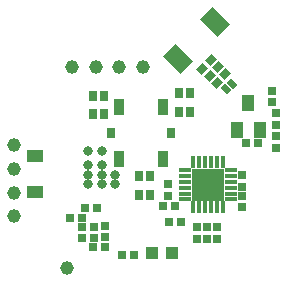
<source format=gbs>
G04 Layer_Color=16711935*
%FSLAX25Y25*%
%MOIN*%
G70*
G01*
G75*
%ADD74R,0.02962X0.02569*%
%ADD75R,0.04143X0.04143*%
%ADD80R,0.02569X0.02962*%
G04:AMPARAMS|DCode=82|XSize=25.69mil|YSize=29.62mil|CornerRadius=0mil|HoleSize=0mil|Usage=FLASHONLY|Rotation=315.000|XOffset=0mil|YOffset=0mil|HoleType=Round|Shape=Rectangle|*
%AMROTATEDRECTD82*
4,1,4,-0.01955,-0.00139,0.00139,0.01955,0.01955,0.00139,-0.00139,-0.01955,-0.01955,-0.00139,0.0*
%
%ADD82ROTATEDRECTD82*%

%ADD94C,0.03198*%
G04:AMPARAMS|DCode=95|XSize=19.78mil|YSize=29.62mil|CornerRadius=0mil|HoleSize=0mil|Usage=FLASHONLY|Rotation=225.000|XOffset=0mil|YOffset=0mil|HoleType=Round|Shape=Rectangle|*
%AMROTATEDRECTD95*
4,1,4,-0.00348,0.01747,0.01747,-0.00348,0.00348,-0.01747,-0.01747,0.00348,-0.00348,0.01747,0.0*
%
%ADD95ROTATEDRECTD95*%

%ADD96R,0.01584X0.03947*%
%ADD97R,0.03947X0.01584*%
%ADD98R,0.10836X0.10836*%
%ADD99R,0.02765X0.03750*%
G04:AMPARAMS|DCode=100|XSize=61.12mil|YSize=84.74mil|CornerRadius=0mil|HoleSize=0mil|Usage=FLASHONLY|Rotation=45.000|XOffset=0mil|YOffset=0mil|HoleType=Round|Shape=Rectangle|*
%AMROTATEDRECTD100*
4,1,4,0.00835,-0.05157,-0.05157,0.00835,-0.00835,0.05157,0.05157,-0.00835,0.00835,-0.05157,0.0*
%
%ADD100ROTATEDRECTD100*%

%ADD101R,0.05324X0.03947*%
%ADD102R,0.04200X0.05600*%
%ADD103C,0.04537*%
%ADD104R,0.03750X0.05324*%
%ADD105R,0.02962X0.03750*%
D74*
X40755Y25087D02*
D03*
X36817D02*
D03*
X32618Y28287D02*
D03*
X36555D02*
D03*
X37618Y31487D02*
D03*
X41555D02*
D03*
X63618Y32187D02*
D03*
X67555Y32187D02*
D03*
X95268Y53300D02*
D03*
X91331D02*
D03*
X65632Y26900D02*
D03*
X69569D02*
D03*
X53969Y15800D02*
D03*
X50032D02*
D03*
X44255Y18387D02*
D03*
X40318D02*
D03*
X36818Y21687D02*
D03*
X40755D02*
D03*
D75*
X66650Y16500D02*
D03*
X60150D02*
D03*
D80*
X65287Y35650D02*
D03*
Y39587D02*
D03*
X101287Y55455D02*
D03*
Y51518D02*
D03*
X101287Y59218D02*
D03*
Y63155D02*
D03*
X99987Y66718D02*
D03*
Y70655D02*
D03*
X89987Y38618D02*
D03*
Y42555D02*
D03*
X89987Y35655D02*
D03*
Y31718D02*
D03*
X81587Y21318D02*
D03*
Y25255D02*
D03*
X74887Y21118D02*
D03*
Y25055D02*
D03*
X78287Y21318D02*
D03*
Y25255D02*
D03*
X44300Y21732D02*
D03*
Y25668D02*
D03*
D82*
X76808Y78008D02*
D03*
X79592Y80792D02*
D03*
X81992Y78392D02*
D03*
X79208Y75608D02*
D03*
X81608Y73308D02*
D03*
X84392Y76092D02*
D03*
D94*
X38527Y45846D02*
D03*
X43251D02*
D03*
Y50571D02*
D03*
X38527D02*
D03*
X38500Y42700D02*
D03*
X43300D02*
D03*
X47600D02*
D03*
X43400Y39700D02*
D03*
X38600Y39600D02*
D03*
X47700Y39700D02*
D03*
D95*
X84795Y71095D02*
D03*
X86605Y72905D02*
D03*
D96*
X81592Y46887D02*
D03*
X83561Y31729D02*
D03*
X81592D02*
D03*
X79624D02*
D03*
X77655D02*
D03*
X75687D02*
D03*
X73718D02*
D03*
Y46887D02*
D03*
X75687D02*
D03*
X77655D02*
D03*
X79624D02*
D03*
X83561D02*
D03*
D97*
X71061Y34387D02*
D03*
Y36355D02*
D03*
Y38324D02*
D03*
Y40292D02*
D03*
Y42261D02*
D03*
Y44229D02*
D03*
X86218D02*
D03*
Y42261D02*
D03*
Y40292D02*
D03*
Y38324D02*
D03*
Y36355D02*
D03*
Y34387D02*
D03*
D98*
X78639Y39308D02*
D03*
D99*
X59358Y35937D02*
D03*
Y42236D02*
D03*
X55815D02*
D03*
Y35937D02*
D03*
X40315Y62736D02*
D03*
Y69035D02*
D03*
X43858D02*
D03*
Y62736D02*
D03*
X72559Y63638D02*
D03*
Y69937D02*
D03*
X69016D02*
D03*
Y63638D02*
D03*
D100*
X68700Y81200D02*
D03*
X80949Y93449D02*
D03*
D101*
X20987Y36787D02*
D03*
Y48794D02*
D03*
D102*
X91837Y66487D02*
D03*
X95837Y57687D02*
D03*
X88337D02*
D03*
D103*
X33395Y78657D02*
D03*
X57017D02*
D03*
X41269D02*
D03*
X49143D02*
D03*
X31587Y11387D02*
D03*
X13867Y44576D02*
D03*
Y28828D02*
D03*
Y36702D02*
D03*
Y52450D02*
D03*
D104*
X49103Y47725D02*
D03*
Y65048D02*
D03*
X63670Y47725D02*
D03*
Y65048D02*
D03*
D105*
X46446Y56387D02*
D03*
X66328D02*
D03*
M02*

</source>
